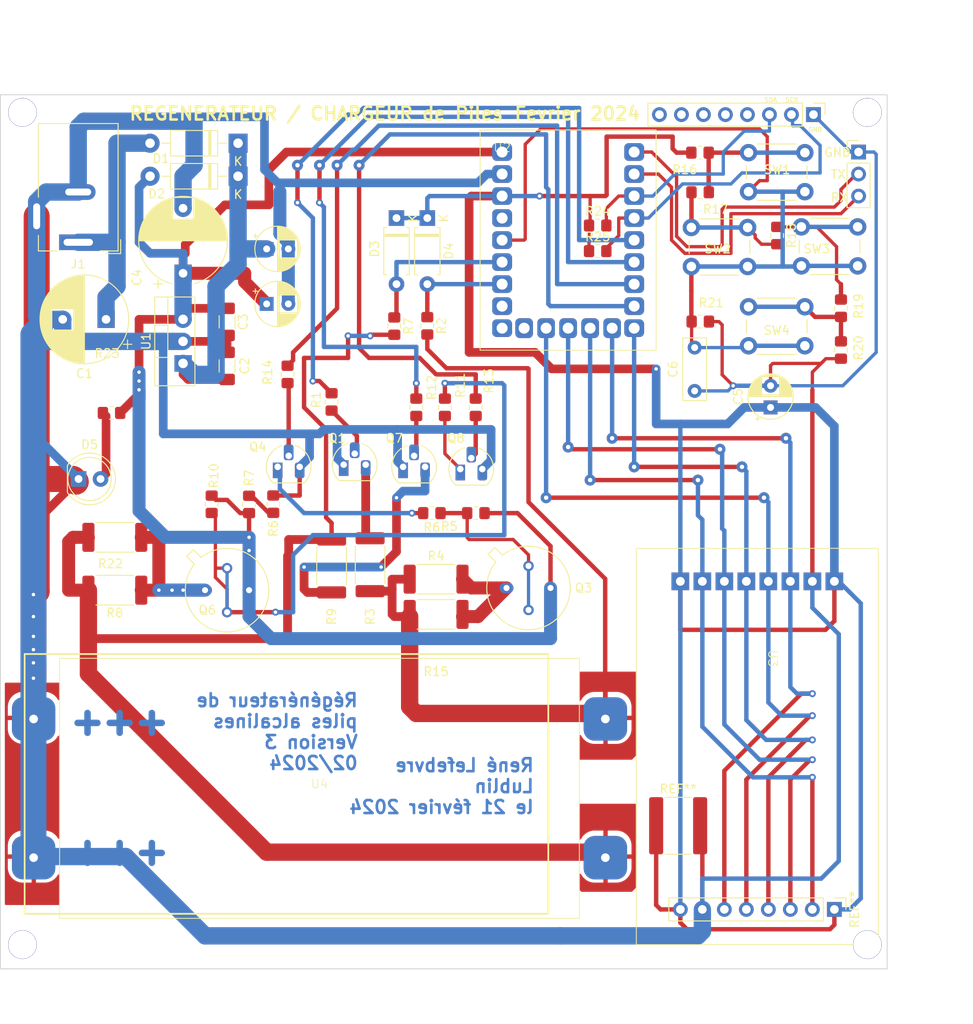
<source format=kicad_pcb>
(kicad_pcb (version 20221018) (generator pcbnew)
  (title_block (rev "2") (comment 1 "ajout empreinte inversée pour le LCD et condo découplage"))
  (layers (0 "F.Cu" signal) (31 "B.Cu" signal) (34 "B.Paste" user) (35 "F.Paste" user) (36 "B.SilkS" user "B.Silkscreen") (37 "F.SilkS" user "F.Silkscreen") (38 "B.Mask" user) (39 "F.Mask" user) (44 "Edge.Cuts" user))
  (net 0 "")
  (net 1 "Net-(D1-K)")
  (net 2 "5V")
  (net 3 "12V")
  (net 4 "GND")
  (net 8 "Net-(U2-GP7)")
  (net 9 "Net-(U2-GP6)")
  (net 10 "Net-(Q1-G)")
  (net 11 "Net-(Q1-D)")
  (net 12 "Net-(Q4-C)")
  (net 13 "Net-(R17-Pad1)")
  (net 14 "Net-(Q7-G)")
  (net 15 "Net-(Q4-B)")
  (net 17 "Net-(U2-GP28)")
  (net 18 "Net-(D3-A)")
  (net 19 "Net-(D4-A)")
  (net 20 "Net-(U2-GP12)")
  (net 21 "Net-(U2-GP11)")
  (net 22 "Net-(U2-GP10)")
  (net 23 "Net-(U2-GP9)")
  (net 24 "Net-(U2-GP8)")
  (net 25 "Net-(Q7-D)")
  (net 26 "Net-(Q8-C)")
  (net 27 "Net-(U2-GP4)")
  (net 28 "Net-(U2-GP5)")
  (net 29 "Net-(U1-ADJ)")
  (net 30 "unconnected-(U2-GP3-Pad20)")
  (net 31 "unconnected-(U2-GP2-Pad21)")
  (net 32 "unconnected-(U2-GP1-Pad22)")
  (net 33 "unconnected-(U2-GP0-Pad23)")
  (net 34 "Net-(Q8-B)")
  (net 35 "Net-(R16-Pad2)")
  (net 36 "Net-(R18-Pad1)")
  (net 37 "Net-(R19-Pad1)")
  (net 38 "Net-(Q3-E)")
  (net 39 "Net-(Q3-B)")
  (net 40 "Net-(Q6-E)")
  (net 41 "Net-(Q6-B)")
  (net 42 "Net-(R15-Pad2)")
  (net 43 "Net-(R22-Pad2)")
  (net 44 "Net-(D5-A)")
  (net 45 "+3.3V")
  (net 46 "SDA")
  (net 47 "SCL")
  (net 48 "RX0")
  (net 49 "TX0")
  (footprint "Connector_PinHeader_2.54mm:PinHeader_1x08_P2.54mm_Vertical" (layer "F.Cu") (at 175.514 144.272 -90)
    (fp_text reference "REF**")
    (fp_text value "PinHeader_1x08_P2.54mm_Vertical")
  )
  (footprint "Resistor_SMD:R_0805_2012Metric_Pad1.20x1.40mm_HandSolder" (layer "F.Cu") (at 129.048 98.552 180)
    (fp_text reference "R6")
    (fp_text value "10")
  )
  (footprint "My_Library:RP2040_zero_mini" (layer "F.Cu") (at 137.16 56.896)
    (fp_text reference "U2")
    (fp_text value "RP2040" hide)
  )
  (footprint "Diode_THT:D_A-405_P7.62mm_Horizontal" (layer "F.Cu") (at 128.524 64.516 -90)
    (fp_text reference "D4")
    (fp_text value "1N4148")
  )
  (footprint "Resistor_SMD:R_2512_6332Metric_Pad1.40x3.35mm_HandSolder" (layer "F.Cu") (at 121.92 104.505 -90)
    (fp_text reference "R3")
    (fp_text value "15")
  )
  (footprint "Resistor_SMD:R_0805_2012Metric_Pad1.20x1.40mm_HandSolder" (layer "F.Cu") (at 130.556 86.344 -90)
    (fp_text reference "R11")
    (fp_text value "10")
  )
  (footprint "Button_Switch_THT:SW_PUSH_6mm_H13mm" (layer "F.Cu") (at 165.608 74.748)
    (fp_text reference "SW4")
    (fp_text value "SW_Push")
  )
  (footprint "Resistor_SMD:R_0805_2012Metric_Pad1.20x1.40mm_HandSolder" (layer "F.Cu") (at 127.254 86.344 90)
    (fp_text reference "R12")
    (fp_text value "1000")
  )
  (footprint "My_Library:LCD128X128" (layer "F.Cu") (at 167.894 115.316 -90)
    (fp_text reference "U3")
    (fp_text value "1.44\" LCD128X128")
  )
  (footprint "Capacitor_SMD:C_2225_5664Metric" (layer "F.Cu") (at 157.48 134.62)
    (fp_text reference "REF**")
    (fp_text value "C_2225_5664Metric")
  )
  (footprint "Button_Switch_THT:SW_PUSH_6mm_H13mm" (layer "F.Cu") (at 171.704 65.532)
    (fp_text reference "SW3")
    (fp_text value "SW_Push")
  )
  (footprint "Package_TO_SOT_THT:TO-5-4" (layer "F.Cu") (at 137.668 107.188)
    (fp_text reference "Q3")
    (fp_text value "2N2219")
  )
  (footprint "LED_THT:LED_D5.0mm" (layer "F.Cu") (at 88.265 94.615)
    (fp_text reference "D5")
    (fp_text value "LED")
  )
  (footprint "Resistor_SMD:R_0805_2012Metric_Pad1.20x1.40mm_HandSolder" (layer "F.Cu") (at 160.036 76.454 180)
    (fp_text reference "R21")
    (fp_text value "220K")
  )
  (footprint "Resistor_SMD:R_0805_2012Metric_Pad1.20x1.40mm_HandSolder" (layer "F.Cu") (at 160.004 56.968)
    (fp_text reference "R16")
    (fp_text value "10k")
  )
  (footprint "Resistor_SMD:R_0805_2012Metric_Pad1.20x1.40mm_HandSolder" (layer "F.Cu") (at 107.95 97.552 90)
    (fp_text reference "R7")
    (fp_text value "820")
  )
  (footprint "Resistor_SMD:R_0805_2012Metric_Pad1.20x1.40mm_HandSolder" (layer "F.Cu") (at 134.128 98.552 180)
    (fp_text reference "R5")
    (fp_text value "270")
  )
  (footprint "Package_TO_SOT_THT:TO-92_HandSolder" (layer "F.Cu") (at 118.872 92.964)
    (fp_text reference "Q1")
    (fp_text value "2N7000")
  )
  (footprint "Capacitor_SMD:C_1206_3216Metric_Pad1.33x1.80mm_HandSolder" (layer "F.Cu") (at 105.41 76.4925 -90)
    (fp_text reference "C3")
    (fp_text value "1µF")
  )
  (footprint "Resistor_SMD:R_2512_6332Metric_Pad1.40x3.35mm_HandSolder" (layer "F.Cu") (at 92.454 101.346 180)
    (fp_text reference "R22")
    (fp_text value "5.6")
  )
  (footprint "Diode_THT:D_DO-41_SOD81_P10.16mm_Horizontal" (layer "F.Cu") (at 106.68 55.88 180)
    (fp_text reference "D1")
    (fp_text value "1N4001")
  )
  (footprint "Resistor_SMD:R_0805_2012Metric_Pad1.20x1.40mm_HandSolder" (layer "F.Cu") (at 103.632 97.536 -90)
    (fp_text reference "R10")
    (fp_text value "270")
  )
  (footprint "Connector_PinHeader_2.54mm:PinHeader_1x08_P2.54mm_Vertical" (layer "F.Cu") (at 173.101 52.578 -90)
    (fp_text reference "REF**" hide)
    (fp_text value "PinHeader_1x08_P2.54mm_Vertical")
  )
  (footprint "Diode_THT:D_A-405_P7.62mm_Horizontal" (layer "F.Cu") (at 124.968 64.516 -90)
    (fp_text reference "D3")
    (fp_text value "1N4148")
  )
  (footprint "Resistor_SMD:R_0805_2012Metric_Pad1.20x1.40mm_HandSolder" (layer "F.Cu") (at 148.193 68.326)
    (fp_text reference "R25")
    (fp_text value "10K")
  )
  (footprint "Capacitor_THT:CP_Radial_D5.0mm_P2.50mm" (layer "F.Cu") (at 168.148 86.36 90)
    (fp_text reference "C5")
    (fp_text value "22µF")
  )
  (footprint "Resistor_SMD:R_2512_6332Metric_Pad1.40x3.35mm_HandSolder" (layer "F.Cu") (at 117.475 104.65 -90)
    (fp_text reference "R9")
    (fp_text value "15")
  )
  (footprint "Capacitor_THT:CP_Radial_D5.0mm_P2.50mm" (layer "F.Cu") (at 109.982 74.422)
    (fp_text reference "REF**" hide)
    (fp_text value "CP_Radial_D5.0mm_P2.50mm")
  )
  (footprint "Button_Switch_THT:SW_PUSH_6mm_H13mm" (layer "F.Cu") (at 159.004 65.604)
    (fp_text reference "SW2")
    (fp_text value "SW_Push")
  )
  (footprint "Capacitor_SMD:C_1206_3216Metric_Pad1.33x1.80mm_HandSolder" (layer "F.Cu") (at 105.41 81.5725 90)
    (fp_text reference "C2")
    (fp_text value "1µF")
  )
  (footprint "Resistor_SMD:R_0805_2012Metric_Pad1.20x1.40mm_HandSolder" (layer "F.Cu") (at 112.395 82.55 -90)
    (fp_text reference "R14")
    (fp_text value "1000")
  )
  (footprint "Resistor_SMD:R_0805_2012Metric_Pad1.20x1.40mm_HandSolder" (layer "F.Cu") (at 168.91 66.532 -90)
    (fp_text reference "R18")
    (fp_text value "10k")
  )
  (footprint "Resistor_SMD:R_2512_6332Metric_Pad1.40x3.35mm_HandSolder" (layer "F.Cu") (at 92.454 107.442 180)
    (fp_text reference "R8")
    (fp_text value "5.6")
  )
  (footprint "Resistor_SMD:R_0805_2012Metric_Pad1.20x1.40mm_HandSolder" (layer "F.Cu") (at 124.714 76.978 -90)
    (fp_text reference "R7")
    (fp_text value "1000")
  )
  (footprint "Resistor_SMD:R_0805_2012Metric_Pad1.20x1.40mm_HandSolder" (layer "F.Cu") (at 176.276 79.74 90)
    (fp_text reference "R20")
    (fp_text value "10k")
  )
  (footprint "Capacitor_THT:CP_Radial_D5.0mm_P2.50mm" (layer "F.Cu") (at 109.982 68.072)
    (fp_text reference "REF**" hide)
    (fp_text value "CP_Radial_D5.0mm_P2.50mm")
  )
  (footprint "Capacitor_THT:CP_Radial_D10.0mm_P5.00mm" (layer "F.Cu") (at 91.44 76.2 180)
    (fp_text reference "C1")
    (fp_text value "470µF 25V")
  )
  (footprint "Diode_THT:D_DO-41_SOD81_P10.16mm_Horizontal" (layer "F.Cu") (at 106.68 59.69 180)
    (fp_text reference "D2")
    (fp_text value "1N4007")
  )
  (footprint "Resistor_SMD:R_2512_6332Metric_Pad1.40x3.35mm_HandSolder" (layer "F.Cu") (at 129.54 110.236 180)
    (fp_text reference "R15")
    (fp_text value "5.6")
  )
  (footprint "Package_TO_SOT_THT:TO-5-4" (layer "F.Cu") (at 102.87 107.442)
    (fp_text reference "Q6")
    (fp_text value "2N2219")
  )
  (footprint "Resistor_SMD:R_0805_2012Metric_Pad1.20x1.40mm_HandSolder" (layer "F.Cu") (at 176.276 74.914 90)
    (fp_text reference "R19")
    (fp_text value "10k")
  )
  (footprint "Button_Switch_THT:SW_PUSH_6mm_H13mm" (layer "F.Cu") (at 165.608 56.968)
    (fp_text reference "SW1")
    (fp_text value "SW_Push")
  )
  (footprint "Capacitor_THT:CP_Radial_D10.0mm_P7.50mm" (layer "F.Cu") (at 100.33 70.883959 90)
    (fp_text reference "C4")
    (fp_text value "1000µf")
  )
  (footprint "Package_TO_SOT_THT:TO-92_HandSolder" (layer "F.Cu") (at 111.252 93.218)
    (fp_text reference "Q4")
    (fp_text value "BC237")
  )
  (footprint "Package_TO_SOT_THT:TO-92_HandSolder" (layer "F.Cu") (at 132.334 93.472)
    (fp_text reference "Q8")
    (fp_text value "BC237")
  )
  (footprint "Resistor_SMD:R_0805_2012Metric_Pad1.20x1.40mm_HandSolder" (layer "F.Cu") (at 160.02 61.54)
    (fp_text reference "R17")
    (fp_text value "10k")
  )
  (footprint "Connector_BarrelJack:BarrelJack_Wuerth_6941xx301002" (layer "F.Cu") (at 88.23 67.31 180)
    (fp_text reference "J1")
    (fp_text value "Jack Alim")
  )
  (footprint "Connector_PinHeader_2.54mm:PinHeader_1x03_P2.54mm_Vertical" (layer "F.Cu") (at 178.308 56.896)
    (fp_text reference "REF**" hide)
    (fp_text value "PinHeader_1x03_P2.54mm_Vertical")
  )
  (footprint "Package_TO_SOT_THT:TO-220-3_Vertical" (layer "F.Cu") (at 100.33 81.28 90)
    (fp_text reference "U1")
    (fp_text value "LM7805_TO220")
  )
  (footprint "Resistor_SMD:R_0805_2012Metric_Pad1.20x1.40mm_HandSolder" (layer "F.Cu") (at 117.475 85.725 -90)
    (fp_text reference "R1")
    (fp_text value "1000")
  )
  (footprint "Resistor_SMD:R_0805_2012Metric_Pad1.20x1.40mm_HandSolder" (layer "F.Cu") (at 110.744 97.52 90)
    (fp_text reference "R6")
    (fp_text value "240")
  )
  (footprint "Package_TO_SOT_THT:TO-92_HandSolder" (layer "F.Cu") (at 125.73 93.218)
    (fp_text reference "Q7")
    (fp_text value "2N7000")
  )
  (footprint "Resistor_SMD:R_0805_2012Metric_Pad1.20x1.40mm_HandSolder" (layer "F.Cu") (at 148.193 65.376)
    (fp_text reference "R24")
    (fp_text value "10k")
  )
  (footprint "My_Library:AAX2_Case" (layer "F.Cu") (at 116.078 130.302)
    (fp_text reference "U4")
    (fp_text value "~")
  )
  (footprint "Resistor_SMD:R_2512_6332Metric_Pad1.40x3.35mm_HandSolder" (layer "F.Cu") (at 129.538 106.172 180)
    (fp_text reference "R4")
    (fp_text value "5.6")
  )
  (footprint "Capacitor_THT:C_Rect_L7.0mm_W2.5mm_P5.00mm" (layer "F.Cu") (at 159.385 84.455 90)
    (fp_text reference "C6")
    (fp_text value "100nF")
  )
  (footprint "Resistor_SMD:R_0805_2012Metric_Pad1.20x1.40mm_HandSolder" (layer "F.Cu") (at 128.524 76.946 -90)
    (fp_text reference "R2")
    (fp_text value "1000")
  )
  (footprint "Resistor_SMD:R_0805_2012Metric_Pad1.20x1.40mm_HandSolder" (layer "F.Cu") (at 134.112 86.344 90)
    (fp_text reference "R13")
    (fp_text value "1000")
  )
  (footprint "Resistor_SMD:R_0805_2012Metric_Pad1.20x1.40mm_HandSolder" (layer "F.Cu") (at 92.075 86.995 180)
    (fp_text reference "R23")
    (fp_text value "1000")
  )
  (gr_rect (start 82.042 114.808) (end 142.494 144.78) (stroke (width 0.2)) (fill none) (layer "F.SilkS"))
  (gr_rect (start 79.248 50.292) (end 181.61 151.13) (stroke (width 0.1)) (fill none) (layer "Edge.Cuts"))
  (gr_text "René Lefebvre\nLublin\nle 21 février 2024" (at 140.97 133.35) (layer "B.Cu") (effects (font (size 1.5 1.5) (thickness 0.3) bold) (justify left bottom mirror)))
  (gr_text "Régénérateur de \npiles alcalines\nVersion 3\n02/2024" (at 120.65 128.27) (layer "B.Cu") (effects (font (size 1.5 1.5) (thickness 0.3) bold) (justify left bottom mirror)))
  (gr_text "TX" (at 175.006 60.071) (layer "F.SilkS") (effects (font (size 1 1)) (justify left bottom)))
  (gr_text "REGENERATEUR / CHARGEUR de Piles" (at 93.98 53.34) (layer "F.SilkS") (effects (font (size 1.5 1.5) (thickness 0.3) bold) (justify left bottom)))
  (gr_text "Fevrier 2024" (at 138.43 53.34) (layer "F.SilkS") (effects (font (size 1.5 1.5) (thickness 0.3) bold) (justify left bottom)))
  (gr_text "GND" (at 172.466 54.61) (layer "F.SilkS") (effects (font (size 0.508 0.508) (thickness 0.1016) bold) (justify left bottom)))
  (gr_text "SCK" (at 169.799 51.181) (layer "F.SilkS") (effects (font (size 0.508 0.508) (thickness 0.1016) bold) (justify left bottom)))
  (gr_text "SDA" (at 167.386 51.181) (layer "F.SilkS") (effects (font (size 0.508 0.508) (thickness 0.1016) bold) (justify left bottom)))
  (gr_text "RX" (at 175.006 62.738) (layer "F.SilkS") (effects (font (size 1 1)) (justify left bottom)))
  (gr_text "GND" (at 174.244 57.531) (layer "F.SilkS") (effects (font (size 1 1)) (justify left bottom)))
  (via (at 81.788 148.336) (size 3.302) (drill 3.2512) (layers "F.Cu" "B.Cu") (net 0))
  (via (at 179.324 148.336) (size 3.302) (drill 3.2512) (layers "F.Cu" "B.Cu") (net 0))
  (via (at 179.324 52.324) (size 3.302) (drill 3.2512) (layers "F.Cu" "B.Cu") (net 0))
  (via (at 81.788 52.324) (size 3.302) (drill 3.2512) (layers "F.Cu" "B.Cu") (net 0))
  (segment (start 100.915 83.135) (end 105.41 83.135) (width 1) (layer "F.Cu") (net 1))
  (segment (start 100.33 81.28) (end 100.33 82.55) (width 1) (layer "F.Cu") (net 1))
  (segment (start 100.33 82.55) (end 100.915 83.135) (width 1) (layer "F.Cu") (net 1))
  (segment (start 106.68 55.88) (end 106.68 59.69) (width 2) (layer "B.Cu") (net 1))
  (segment (start 106.934 68.072) (end 109.982 68.072) (width 2) (layer "B.Cu") (net 1))
  (segment (start 104.14 82.55) (end 101.6 82.55) (width 2) (layer "B.Cu") (net 1))
  (segment (start 101.6 82.55) (end 100.33 81.28) (width 2) (layer "B.Cu") (net 1))
  (segment (start 106.68 59.69) (end 106.68 68.326) (width 2) (layer "B.Cu") (net 1))
  (segment (start 106.68 68.326) (end 106.934 68.072) (width 2) (layer "B.Cu") (net 1))
  (segment (start 106.68 68.326) (end 106.68 69.85) (width 2) (layer "B.Cu") (net 1))
  (segment (start 106.68 69.85) (end 104.14 72.39) (width 2) (layer "B.Cu") (net 1))
  (segment (start 104.14 72.39) (end 104.14 82.55) (width 2) (layer "B.Cu") (net 1))
  (segment (start 107.95 98.552) (end 106.934 98.552) (width 0.508) (layer "F.Cu") (net 2))
  (segment (start 100.33 76.2) (end 95.25 76.2) (width 1) (layer "F.Cu") (net 2))
  (segment (start 105.156 62.992) (end 100.584 67.564) (width 1) (layer "F.Cu") (net 2))
  (segment (start 106.934 98.552) (end 105.41 97.028) (width 0.508) (layer "F.Cu") (net 2))
  (segment (start 107.442 71.882) (end 107.442 70.866) (width 1.5) (layer "F.Cu") (net 2))
  (segment (start 137.16 56.896) (end 112.268 56.896) (width 1) (layer "F.Cu") (net 2))
  (segment (start 107.442 70.866) (end 107.424041 70.883959) (width 1.5) (layer "F.Cu") (net 2))
  (segment (start 104.124 97.028) (end 103.632 96.536) (width 0.508) (layer "F.Cu") (net 2))
  (segment (start 107.424041 70.883959) (end 100.33 70.883959) (width 1.5) (layer "F.Cu") (net 2))
  (segment (start 107.95 101.346) (end 107.95 102.87) (width 0.508) (layer "F.Cu") (net 2))
  (segment (start 110.236 58.928) (end 110.236 62.992) (width 1) (layer "F.Cu") (net 2))
  (segment (start 142.748 102.362) (end 142.748 107.188) (width 0.508) (layer "F.Cu") (net 2))
  (segment (start 100.33 76.2) (end 100.33 74.93) (width 1) (layer "F.Cu") (net 2))
  (segment (start 135.128 98.552) (end 138.938 98.552) (width 0.508) (layer "F.Cu") (net 2))
  (segment (start 110.236 62.992) (end 105.156 62.992) (width 1) (layer "F.Cu") (net 2))
  (segment (start 107.95 102.87) (end 107.95 107.442) (width 0.508) (layer "F.Cu") (net 2))
  (segment (start 105.41 97.028) (end 104.124 97.028) (width 0.508) (layer "F.Cu") (net 2))
  (segment (start 100.584 67.564) (end 100.584 68.58) (width 1) (layer "F.Cu") (net 2))
  (segment (start 100.33 74.93) (end 105.41 74.93) (width 1) (layer "F.Cu") (net 2))
  (segment (start 95.25 76.2) (end 95.25 84.328) (width 1) (layer "F.Cu") (net 2))
  (segment (start 100.584 68.58) (end 100.33 68.834) (width 1) (layer "F.Cu") (net 2))
  (segment (start 109.982 74.422) (end 107.442 71.882) (width 1.5) (layer "F.Cu") (net 2))
  (segment (start 107.95 98.552) (end 107.95 101.346) (width 0.508) (layer "F.Cu") (net 2))
  (segment (start 93.075 86.995) (end 95.25 84.82) (width 1) (layer "F.Cu") (net 2))
  (segment (start 100.33 68.834) (end 100.33 70.883959) (width 1) (layer "F.Cu") (net 2))
  (segment (start 112.268 56.896) (end 110.236 58.928) (width 1) (layer "F.Cu") (net 2))
  (segment (start 95.25 84.82) (end 95.25 82.296) (width 1) (layer "F.Cu") (net 2))
  (segment (start 138.938 98.552) (end 142.748 102.362) (width 0.508) (layer "F.Cu") (net 2))
  (via (at 95.25 83.312) (size 0.8) (drill 0.4) (layers "F.Cu" "B.Cu") (net 2))
  (via (at 95.25 82.296) (size 0.8) (drill 0.4) (layers "F.Cu" "B.Cu") (net 2))
  (via (at 95.25 84.328) (size 0.8) (drill 0.4) (layers "F.Cu" "B.Cu") (net 2))
  (via (at 107.95 101.346) (size 0.8) (drill 0.4) (layers "F.Cu" "B.Cu") (net 2))
  (via (at 107.95 102.87) (size 0.8) (drill 0.4) (layers "F.Cu" "B.Cu") (net 2))
  (segment (start 95.25 85.344) (end 95.25 84.328) (width 1.5) (layer "B.Cu") (net 2))
  (segment (start 100.33 76.2) (end 100.33 70.883959) (width 2) (layer "B.Cu") (net 2))
  (segment (start 98.298 101.346) (end 95.25 98.298) (width 1.5) (layer "B.Cu") (net 2))
  (segment (start 95.25 60.96) (end 96.52 59.69) (width 1) (layer "B.Cu") (net 2))
  (segment (start 95.25 98.298) (end 95.25 85.344) (width 1.5) (layer "B.Cu") (net 2))
  (segment (start 95.25 85.344) (end 95.25 82.296) (width 1.5) (layer "B.Cu") (net 2))
  (segment (start 100.33 70.883959) (end 100.33 68.58) (width 1) (layer "B.Cu") (net 2))
  (segment (start 107.95 107.442) (end 107.95 101.346) (width 1.5) (layer "B.Cu") (net 2))
  (segment (start 95.25 67.31) (end 95.25 60.96) (width 1) (layer "B.Cu") (net 2))
  (segment (start 107.95 110.49) (end 107.95 107.442) (width 1.5) (layer "B.Cu") (net 2))
  (segment (start 110.49 113.03) (end 107.95 110.49) (width 1.5) (layer "B.Cu") (net 2))
  (segment (start 142.748 107.188) (end 142.748 113.03) (width 1.5) (layer "B.Cu") (net 2))
  (segment (start 96.52 68.58) (end 95.25 67.31) (width 1) (layer "B.Cu") (net 2))
  (segment (start 142.748 113.03) (end 110.49 113.03) (width 1.5) (layer "B.Cu") (net 2))
  (segment (start 100.33 68.58) (end 96.52 68.58) (width 1) (layer "B.Cu") (net 2))
  (segment (start 107.95 101.346) (end 98.298 101.346) (width 1.5) (layer "B.Cu") (net 2))
  (segment (start 92.71 72.39) (end 91.44 73.66) (width 2) (layer "B.Cu") (net 3))
  (segment (start 92.71 67.31) (end 92.71 55.88) (width 2) (layer "B.Cu") (net 3))
  (segment (start 92.71 67.31) (end 92.71 72.39) (width 2) (layer "B.Cu") (net 3))
  (segment (start 91.44 73.66) (end 91.44 76.2) (width 2) (layer "B.Cu") (net 3))
  (segment (start 92.71 55.88) (end 96.52 55.88) (width 2) (layer "B.Cu") (net 3))
  (segment (start 88.23 67.31) (end 92.71 67.31) (width 2) (layer "B.Cu") (net 3))
  (segment (start 160.274 134.8765) (end 160.0175 134.62) (width 0.508) (layer "F.Cu") (net 4))
  (segment (start 82.55 100.33) (end 82.55 107.188) (width 1) (layer "F.Cu") (net 4))
  (segment (start 173.99 81.28) (end 174.244 81.026) (width 0.381) (layer "F.Cu") (net 4))
  (segment (start 83.058 112.776) (end 83.058 110.49) (width 3) (layer "F.Cu") (net 4))
  (segment (start 83.058 107.95) (end 83.058 107.696) (width 3) (layer "F.Cu") (net 4))
  (segment (start 172.974 84.328) (end 172.974 82.296) (width 0.381) (layer "F.Cu") (net 4))
  (segment (start 162.56 82.59) (end 162.56 76.835) (width 0.381) (layer "F.Cu") (net 4))
  (segment (start 110.744 96.52) (end 113.792 96.52) (width 0.508) (layer "F.Cu") (net 4))
  (segment (start 87.63 94.615) (end 87.9475 94.9325) (width 3) (layer "F.Cu") (net 4))
  (segment (start 100.33 78.74) (end 105.41 78.74) (width 1) (layer "F.Cu") (net 4))
  (segment (start 83.058 117.602) (end 83.058 116.078) (width 3) (layer "F.Cu") (net 4))
  (segment (start 82.55 107.188) (end 83.058 107.696) (width 1) (layer "F.Cu") (net 4))
  (segment (start 83.43 94.615) (end 87.63 94.615) (width 3) (layer "F.Cu") (net 4))
  (segment (start 113.792 96.52) (end 113.792 93.218) (width 0.508) (layer "F.Cu") (net 4))
  (segment (start 105.41 78.055) (end 105.41 78.74) (width 1) (layer "F.Cu") (net 4))
  (segment (start 105.41 78.74) (end 105.41 80.01) (width 1) (layer "F.Cu") (net 4))
  (segment (start 172.974 82.296) (end 174.244 81.026) (width 0.381) (layer "F.Cu") (net 4))
  (segment (start 83.058 114.3) (end 83.058 112.776) (width 3) (layer "F.Cu") (net 4))
  (segment (start 88.265 94.615) (end 87.9475 94.9325) (width 1) (layer "F.Cu") (net 4))
  (segment (start 172.974 84.328) (end 172.974 106.426) (width 0.508) (layer "F.Cu") (net 4))
  (segment (start 174.53 80.74) (end 176.276 80.74) (width 0.381) (layer "F.Cu") (net 4))
  (segment (start 83.058 110.49) (end 83.058 107.95) (width 3) (layer "F.Cu") (net 4))
  (segment (start 168.148 83.86) (end 168.148 81.534) (width 0.381) (layer "F.Cu") (net 4))
  (segment (start 174.244 81.026) (end 174.53 80.74) (width 0.381) (layer "F.Cu") (net 4))
  (segment (start 168.402 81.28) (end 173.99 81.28) (width 0.381) (layer "F.Cu") (net 4))
  (segment (start 83.43 94.615) (end 83.43 64.31) (width 3) (layer "F.Cu") (net 4))
  (segment (start 83.058 107.95) (end 83.43 107.578) (width 3) (layer "F.Cu") (net 4))
  (segment (start 83.43 107.578) (end 83.43 94.615) (width 3) (layer "F.Cu") (net 4))
  (segment (start 162.179 76.454) (end 161.036 76.454) (width 0.381) (layer "F.Cu") (net 4))
  (segment (start 162.56 76.835) (end 162.179 76.454) (width 0.381) (layer "F.Cu") (net 4))
  (segment (start 87.9475 94.9325) (end 82.55 100.33) (width 1) (layer "F.Cu") (net 4))
  (segment (start 163.83 83.86) (end 162.56 82.59) (width 0.381) (layer "F.Cu") (net 4))
  (segment (start 160.274 144.272) (end 160.274 134.8765) (width 0.508) (layer "F.Cu") (net 4))
  (segment (start 168.148 81.534) (end 168.402 81.28) (width 0.381) (layer "F.Cu") (net 4))
  (via (at 83.058 117.602) (size 0.8) (drill 0.4) (layers "F.Cu" "B.Cu") (net 4))
  (via (at 83.058 107.95) (size 0.8) (drill 0.4) (layers "F.Cu" "B.Cu") (net 4))
  (via (at 163.83 83.86) (size 0.8) (drill 0.4) (layers "F.Cu" "B.Cu") (net 4))
  (via (at 83.058 112.776) (size 0.8) (drill 0.4) (layers "F.Cu" "B.Cu") (net 4))
  (via (at 83.058 115.824) (size 0.8) (drill 0.4) (layers "F.Cu" "B.Cu") (net 4))
  (via (at 83.058 110.49) (size 0.8) (drill 0.4) (layers "F.Cu" "B.Cu") (net 4))
  (via (at 83.058 114.3) (size 0.8) (drill 0.4) (layers "F.Cu" "B.Cu") (net 4))
  (segment (start 88.9 53.34) (end 88.23 54.01) (width 2) (layer "B.Cu") (net 4))
  (segment (start 180.34 57.15) (end 180.34 80.01) (width 0.381) (layer "B.Cu") (net 4))
  (segment (start 163.235 84.455) (end 159.385 84.455) (width 0.381) (layer "B.Cu") (net 4))
  (segment (start 94.996 78.74) (end 98.044 78.74) (width 2) (layer "B.Cu") (net 4))
  (segment (start 118.11 88.9) (end 125.095 88.9) (width 0.508) (layer "B.Cu") (net 4))
  (segment (start 177.419 56.896) (end 178.308 56.896) (width 0.381) (layer "B.Cu") (net 4))
  (segment (start 88.265 94.615) (end 83.058 89.408) (width 1) (layer "B.Cu") (net 4))
  (segment (start 125.095 88.9) (end 125.73 88.9) (width 0.508) (layer "B.Cu") (net 4))
  (segment (start 111.506 66.322) (end 111.506 61.468) (width 1.5) (layer "B.Cu") (net 4))
  (segment (start 112.482 68.072) (end 112.482 67.298) (width 1.5) (layer "B.Cu") (net 4))
  (segment (start 109.728 58.928) (end 109.728 52.832) (width 1) (layer "B.Cu") (net 4))
  (segment (start 160.274 144.272) (end 160.274 140.716) (width 0.508) (layer "B.Cu") (net 4))
  (segment (start 83.058 89.408) (end 83.058 88.646) (width 3) (layer "B.Cu") (net 4))
  (segment (start 83.058 121.666) (end 83.058 137.666) (width 3) (layer "B.Cu") (net 4))
  (segment (start 94.996 78.74) (end 100.33 78.74) (width 2) (layer "B.Cu") (net 4))
  (segment (start 125.095 92.583) (end 125.73 93.218) (width 1) (layer "B.Cu") (net 4))
  (segment (start 83.058 121.666) (end 83.058 115.824) (width 3) (layer "B.Cu") (net 4))
  (segment (start 83.43 62.62) (end 84.54 61.51) (width 2) (layer "B.Cu") (net 4))
  (segment (start 98.044 78.74) (end 98.044 89.408) (width 1) (layer "B.Cu") (net 4))
  (segment (start 180.34 80.01) (end 176.49 83.86) (width 0.381) (layer "B.Cu") (net 4))
  (segment (start 112.482 74.422) (end 112.482 68.072) (width 1.5) (layer "B.Cu") (net 4))
  (segment (start 118.11 92.202) (end 118.872 92.964) (width 1) (layer "B.Cu") (net 4))
  (segment (start 83.058 88.646) (end 83.058 77.978) (width 3) (layer "B.Cu") (net 4))
  (segment (start 102.108 52.832) (end 101.6 53.34) (width 1) (layer "B.Cu") (net 4))
  (segment (start 98.044 89.408) (end 116.078 89.408) (width 1) (layer "B.Cu") (net 4))
  (segment (start 88.23 54.01) (end 88.23 61.51) (width 2) (layer "B.Cu") (net 4))
  (segment (start 135.89 89.027) (end 135.89 92.456) (width 1) (layer "B.Cu") (net 4))
  (segment (start 114.935 89.408) (end 114.935 92.075) (width 1) (layer "B.Cu") (net 4))
  (segment (start 86.614 78.74) (end 94.996 78.74) (width 2) (layer "B.Cu") (net 4))
  (segment (start 83.43 75.81) (end 83.43 64.31) (width 2) (layer "B.Cu") (net 4))
  (segment (start 116.078 89.408) (end 116.586 88.9) (width 1) (layer "B.Cu") (net 4))
  (segment (start 163.83 83.86) (end 168.148 83.86) (width 0.508) (layer "B.Cu") (net 4))
  (segment (start 86.44 78.566) (end 86.614 78.74) (width 2) (layer "B.Cu") (net 4))
  (segment (start 172.974 109.474) (end 172.974 106.426) (width 0.508) (layer "B.Cu") (net 4))
  (segment (start 83.098 138.176) (end 93.726 138.176) (width 2) (layer "B.Cu") (net 4))
  (segment (start 176.022 138.684) (end 176.022 112.522) (width 0.508) (layer "B.Cu") (net 4))
  (segment (start 135.89 88.9) (end 135.89 89.027) (width 1) (layer "B.Cu") (net 4))
  (segment (start 173.101 52.578) (end 177.419 56.896) (width 0.381) (layer "B.Cu") (net 4))
  (segment (start 114.935 89.408) (end 116.078 89.408) (width 0.508) (layer "B.Cu") (net 4))
  (segment (start 83.82 76.2) (end 83.43 75.81) (width 2) (layer "B.Cu") (net 4))
  (segment (start 101.6 53.34) (end 88.9 53.34) (width 2) (layer "B.Cu") (net 4))
  (segment (start 159.766 147.32) (end 160.274 146.812) (width 2) (layer "B.Cu") (net 4))
  (segment (start 116.586 88.9) (end 135.89 88.9) (width 1) (layer "B.Cu") (net 4))
  (segment (start 86.44 76.2) (end 86.44 78.566) (width 2) (layer "B.Cu") (net 4))
  (segment (start 143.891 147.32) (end 159.766 147.32) (width 2) (layer "B.Cu") (net 4))
  (segment (start 100.33 63.383959) (end 100.33 59.69) (width 2) (layer "B.Cu") (net 4))
  (segment (start 83.058 115.824) (end 83.058 89.408) (width 3) (layer "B.Cu") (net 4))
  (segment (start 137.16 59.436) (end 135.382 59.436) (width 1) (layer "B.Cu") (net 4))
  (segment (start 83.82 76.2) (end 83.82 77.216) (width 2) (layer "B.Cu") (net 4))
  (segment (start 84.54 61.51) (end 88.23 61.51) (width 2) (layer "B.Cu") (net 4))
  (segment (start 86.44 76.2) (end 83.82 76.2) (width 2) (layer "B.Cu") (net 4))
  (segment (start 114.935 92.075) (end 113.792 93.218) (width 1) (layer "B.Cu") (net 4))
  (segment (start 109.728 52.832) (end 102.108 52.832) (width 1) (layer "B.Cu") (net 4))
  (segment (start 83.82 78.74) (end 86.614 78.74) (width 2) (layer "B.Cu") (net 4))
  (segment (start 173.99 140.716) (end 176.022 138.684) (width 0.508) (layer "B.Cu") (net 4))
  (segment (start 101.6 58.42) (end 101.6 53.34) (width 2) (layer "B.Cu") (net 4))
  (segment (start 83.43 64.31) (end 83.43 62.62) (width 2) (layer "B.Cu") (net 4))
  (segment (start 125.095 88.9) (end 125.095 92.583) (width 1) (layer "B.Cu") (net 4))
  (segment (start 112.482 67.298) (end 111.506 66.322) (width 1.5) (layer "B.Cu") (net 4))
  (segment (start 160.274 146.812) (end 160.274 144.272) (width 2) (layer "B.Cu") (net 4))
  (segment (start 135.382 59.436) (end 134.366 60.452) (width 1) (layer "B.Cu") (net 4))
  (segment (start 178.308 56.896) (end 180.086 56.896) (width 0.381) (layer "B.Cu") (net 4))
  (segment (start 111.252 60.452) (end 109.728 58.928) (width 1) (layer "B.Cu") (net 4))
  (segment (start 83.82 77.216) (end 83.82 78.74) (width 2) (layer "B.Cu") (net 4))
  (segment (start 134.366 60.452) (end 111.252 60.452) (width 1) (layer "B.Cu") (net 4))
  (segment (start 160.274 140.716) (end 173.99 140.716) (width 0.508) (layer "B.Cu") (net 4))
  (segment (start 118.11 89.535) (end 118.11 92.202) (width 1) (layer "B.Cu") (net 4))
  (segment (start 93.726 138.176) (end 102.87 147.32) (width 2) (layer "B.Cu") (net 4))
  (segment (start 135.89 92.456) (end 134.874 93.472) (width 1) (layer "B.Cu") (net 4))
  (segment (start 83.058 77.978) (end 83.82 77.216) (width 3) (layer "B.Cu") (net 4))
  (segment (start 180.086 56.896) (end 180.34 57.15) (width 0.381) (layer "B.Cu") (net 4))
  (segment (start 176.022 112.522) (end 172.974 109.474) (width 0.508) (layer "B.Cu") (net 4))
  (segment (start 125.73 88.9) (end 135.89 88.9) (width 0.508) (layer "B.Cu") (net 4))
  (segment (start 100.33 59.69) (end 101.6 58.42) (width 2) (layer "B.Cu") (net 4))
  (segment (start 176.49 83.86) (end 168.148 83.86) (width 0.381) (layer "B.Cu") (net 4))
  (segment (start 102.87 147.32) (end 143.891 147.32) (width 2) (layer "B.Cu") (net 4))
  (segment (start 118.11 89.535) (end 118.11 88.9) (width 0.508) (layer "B.Cu") (net 4))
  (segment (start 163.83 83.86) (end 163.235 84.455) (width 0.381) (layer "B.Cu") (net 4))
  (segment (start 116.586 88.9) (end 118.11 88.9) (width 0.508) (layer "B.Cu") (net 4))
  (segment (start 98.044 89.408) (end 114.935 89.408) (width 0.508) (layer "B.Cu") (net 4))
  (segment (start 134.112 85.344) (end 134.112 82.55) (width 0.508) (layer "F.Cu") (net 8))
  (segment (start 121.793 80.645) (end 120.65 79.502) (width 0.508) (layer "F.Cu") (net 8))
  (segment (start 134.112 82.55) (end 129.54 82.55) (width 0.508) (layer "F.Cu") (net 8))
  (segment (start 120.65 79.502) (end 120.65 58.42) (width 0.508) (layer "F.Cu") (net 8))
  (segment (start 129.54 82.55) (end 127.635 80.645) (width 0.508) (layer "F.Cu") (net 8))
  (segment (start 127.635 80.645) (end 121.793 80.645) (width 0.508) (layer "F.Cu") (net 8))
  (via (at 120.65 58.42) (size 1.27) (drill 0.508) (layers "F.Cu" "B.Cu") (net 8))
  (segment (start 142.24 54.864) (end 142.24 60.96) (width 0.508) (layer "B.Cu") (net 8))
  (segment (start 124.206 54.864) (end 142.24 54.864) (width 0.508) (layer "B.Cu") (net 8))
  (segment (start 120.65 58.42) (end 124.206 54.864) (width 0.508) (layer "B.Cu") (net 8))
  (segment (start 142.748 74.676) (end 152.4 74.676) (width 0.508) (layer "B.Cu") (net 8))
  (segment (start 142.494 74.422) (end 142.748 74.676) (width 0.508) (layer "B.Cu") (net 8))
  (segment (start 142.494 61.214) (end 142.494 74.422) (width 0.508) (layer "B.Cu") (net 8))
  (segment (start 142.24 60.96) (end 142.494 61.214) (width 0.508) (layer "B.Cu") (net 8))
  (segment (start 118.11 58.42) (end 118.11 74.93) (width 0.508) (layer "F.Cu") (net 9))
  (segment (start 113.03 80.01) (end 113.03 80.915) (width 0.508) (layer "F.Cu") (net 9))
  (segment (start 118.11 74.93) (end 113.03 80.01) (width 0.508) (layer "F.Cu") (net 9))
  (segment (start 113.03 80.915) (end 112.395 81.55) (width 0.508) (layer "F.Cu") (net 9))
  (via (at 118.11 58.42) (size 1.27) (drill 0.508) (layers "F.Cu" "B.Cu") (net 9))
  (segment (start 122.936 53.848) (end 143.51 53.848) (width 0.508) (layer "B.Cu") (net 9))
  (segment (start 120.142 56.642) (end 122.936 53.848) (width 0.508) (layer "B.Cu") (net 9))
  (segment (start 143.51 72.136) (end 152.4 72.136) (width 0.508) (layer "B.Cu") (net 9))
  (segment (start 143.51 53.848) (end 143.51 72.136) (width 0.508) (layer "B.Cu") (net 9))
  (segment (start 119.888 56.642) (end 120.142 56.642) (width 0.508) (layer "B.Cu") (net 9))
  (segment (start 118.11 58.42) (end 119.888 56.642) (width 0.508) (layer "B.Cu") (net 9))
  (segment (start 120.396 89.646) (end 120.396 91.44) (width 0.508) (layer "F.Cu") (net 10))
  (segment (start 117.475 86.725) (end 120.396 89.646) (width 0.508) (layer "F.Cu") (net 10))
  (segment (start 120.396 91.44) (end 120.142 91.694) (width 0.508) (layer "F.Cu") (net 10))
  (segment (start 121.412 92.964) (end 121.412 100.947) (width 1.016) (layer "F.Cu") (net 11))
  (segment (start 121.412 100.947) (end 121.92 101.455) (width 0.508) (layer "F.Cu") (net 11))
  (segment (start 128.048 98.552) (end 126.746 98.552) (width 0.508) (layer "F.Cu") (net 12))
  (via (at 126.746 98.552) (size 0.8) (drill 0.4) (layers "F.Cu" "B.Cu") (net 12))
  (segment (start 111.506 93.472) (end 111.252 93.218) (width 0.508) (layer "B.Cu") (net 12))
  (segment (start 114.3 98.552) (end 111.506 95.758) (width 0.508) (layer "B.Cu") (net 12))
  (segment (start 126.746 98.552) (end 114.3 98.552) (width 0.508) (layer "B.Cu") (net 12))
  (segment (start 111.506 95.758) (end 111.506 93.472) (width 0.508) (layer "B.Cu") (net 12))
  (segment (start 167.1 67.532) (end 166.37 66.802) (width 0.381) (layer "F.Cu") (net 13))
  (segment (start 166.37 66.802) (end 166.37 66.47) (width 0.381) (layer "F.Cu") (net 13))
  (segment (start 159.02 61.54) (end 159.02 65.588) (width 0.508) (layer "F.Cu") (net 13))
  (segment (start 166.37 66.47) (end 165.504 65.604) (width 0.381) (layer "F.Cu") (net 13))
  (segment (start 168.91 67.532) (end 167.1 67.532) (width 0.381) (layer "F.Cu") (net 13))
  (segment (start 159.02 65.588) (end 159.004 65.604) (width 0.508) (layer "F.Cu") (net 13))
  (segment (start 159.004 65.604) (end 165.504 65.604) (width 0.508) (layer "B.Cu") (net 13))
  (segment (start 127.254 91.694) (end 127 91.948) (width 0.508) (layer "F.Cu") (net 14))
  (segment (start 127.254 87.344) (end 127.254 91.694) (width 0.508) (layer "F.Cu") (net 14))
  (segment (start 112.522 83.677) (end 112.395 83.55) (width 0.508) (layer "F.Cu") (net 15))
  (segment (start 112.522 91.948) (end 112.522 83.677) (width 0.508) (layer "F.Cu") (net 15))
  (segment (start 167.767 55.118) (end 166.878 54.229) (width 0.381) (layer "F.Cu") (net 17))
  (segment (start 159.036 76.454) (end 159.036 79.106) (width 0.381) (layer "F.Cu") (net 17))
  (segment (start 159.004 70.104) (end 159.004 72.898) (width 0.508) (layer "F.Cu") (net 17))
  (segment (start 139.827 56.007) (end 141.605 54.229) (width 0.381) (layer "F.Cu") (net 17))
  (segment (start 165.608 61.468) (end 166.878 60.198) (width 0.381) (layer "F.Cu") (net 17))
  (segment (start 139.827 66.929) (end 139.827 56.007) (width 0.381) (layer "F.Cu") (net 17))
  (segment (start 167.767 60.198) (end 167.767 55.118) (width 0.381) (layer "F.Cu") (net 17))
  (segment (start 139.7 67.056) (end 139.827 66.929) (width 0.381) (layer "F.Cu") (net 17))
  (segment (start 166.878 60.198) (end 167.767 60.198) (width 0.381) (layer "F.Cu") (net 17))
  (segment (start 159.004 76.422) (end 159.036 76.454) (width 0.508) (layer "F.Cu") (net 17))
  (segment (start 137.16 67.056) (end 139.7 67.056) (width 0.381) (layer "F.Cu") (net 17))
  (segment (start 159.036 79.106) (end 159.385 79.455) (width 0.381) (layer "F.Cu") (net 17))
  (segment (start 159.004 72.898) (end 159.004 76.422) (width 0.508) (layer "F.Cu") (net 17))
  (segment (start 141.605 54.229) (end 166.878 54.229) (width 0.381) (layer "F.Cu") (net 17))
  (segment (start 165.401 79.455) (end 165.608 79.248) (width 0.381) (layer "B.Cu") (net 17))
  (segment (start 165.608 61.468) (end 169.545 61.468) (width 0.508) (layer "B.Cu") (net 17))
  (segment (start 169.545 61.468) (end 169.545 70.104) (width 0.508) (layer "B.Cu") (net 17))
  (segment (start 169.545 61.468) (end 172.108 61.468) (width 0.508) (layer "B.Cu") (net 17))
  (segment (start 159.385 79.455) (end 165.401 79.455) (width 0.381) (layer "B.Cu") (net 17))
  (segment (start 171.632 70.104) (end 171.704 70.032) (width 0.508) (layer "B.Cu") (net 17))
  (segment (start 165.504 70.104) (end 169.545 70.104) (width 0.508) (layer "B.Cu") (net 17))
  (segment (start 169.545 70.104) (end 171.632 70.104) (width 0.508) (layer "B.Cu") (net 17))
  (segment (start 165.608 79.248) (end 172.108 79.248) (width 0.508) (layer "B.Cu") (net 17))
  (segment (start 171.704 70.032) (end 178.204 70.032) (width 0.508) (layer "B.Cu") (net 17))
  (segment (start 159.004 70.104) (end 165.504 70.104) (width 0.508) (layer "B.Cu") (net 17))
  (segment (start 124.968 72.136) (end 124.968 75.724) (width 0.508) (layer "F.Cu") (net 18))
  (segment (start 124.968 75.724) (end 124.714 75.978) (width 0.508) (layer "F.Cu") (net 18))
  (segment (start 124.968 72.136) (end 124.968 69.596) (width 0.508) (layer "B.Cu") (net 18))
  (segment (start 124.968 69.596) (end 137.16 69.596) (width 0.508) (layer "B.Cu") (net 18))
  (segment (start 128.524 72.136) (end 128.524 75.946) (width 0.508) (layer "F.Cu") (net 19))
  (segment (start 128.524 72.136) (end 137.16 72.136) (width 0.508) (layer "B.Cu") (net 19))
  (segment (start 165.354 129.286) (end 172.72 121.92) (width 0.508) (layer "F.Cu") (net 20))
  (segment (start 165.354 144.272) (end 165.354 129.286) (width 0.508) (layer "F.Cu") (net 20))
  (segment (start 172.72 121.92) (end 172.974 121.92) (width 0.508) (layer "F.Cu") (net 20))
  (segment (start 142.24 96.774) (end 167.386 96.774) (width 0.508) (layer "F.Cu") (net 20))
  (via (at 142.24 96.774) (size 1.27) (drill 0.508) (layers "F.Cu" "B.Cu") (net 20))
  (via (at 167.386 96.774) (size 1.27) (drill 0.508) (layers "F.Cu" "B.Cu") (net 20))
  (via (at 172.974 121.92) (size 0.8) (drill 0.4) (layers "F.Cu" "B.Cu") (net 20))
  (segment (start 167.386 96.774) (end 167.894 97.282) (width 0.508) (layer "B.Cu") (net 20))
  (segment (start 167.894 120.396) (end 169.418 121.92) (width 0.508) (layer "B.Cu") (net 20))
  (segment (start 142.24 77.216) (end 142.24 96.774) (width 0.508) (layer "B.Cu") (net 20))
  (segment (start 167.894 97.282) (end 167.894 106.426) (width 0.508) (layer "B.Cu") (net 20))
  (segment (start 169.418 121.92) (end 172.974 121.92) (width 0.508) (layer "B.Cu") (net 20))
  (segment (start 167.894 106.426) (end 167.894 120.396) (width 0.508) (layer "B.Cu") (net 20))
  (segment (start 172.72 127) (end 172.974 127) (width 0.508) (layer "F.Cu") (net 21))
  (segment (start 170.434 129.286) (end 172.72 127) (width 0.508) (layer "F.Cu") (net 21))
  (segment (start 144.78 90.932) (end 145.034 91.186) (width 0.508) (layer "F.Cu") (net 21))
  (segment (start 145.034 91.186) (end 162.306 91.186) (width 0.508) (layer "F.Cu") (net 21))
  (segment (start 170.434 144.272) (end 170.434 129.286) (width 0.508) (layer "F.Cu") (net 21))
  (via (at 162.306 91.186) (size 1.27) (drill 0.508) (layers "F.Cu" "B.Cu") (net 21))
  (via (at 144.78 90.932) (size 1.27) (drill 0.508) (layers "F.Cu" "B.Cu") (net 21))
  (via (at 172.974 127) (size 0.8) (drill 0.4) (layers "F.Cu" "B.Cu") (net 21))
  (segment (start 162.56 91.44) (end 162.56 100.33) (width 0.508) (layer "B.Cu") (net 21))
  (segment (start 162.814 106.426) (end 162.814 122.936) (width 0.508) (layer "B.Cu") (net 21))
  (segment (start 162.56 100.33) (end 162.814 100.584) (width 0.508) (layer "B.Cu") (net 21))
  (segment (start 162.306 91.186) (end 162.56 91.44) (width 0.508) (layer "B.Cu") (net 21))
  (segment (start 162.814 100.584) (end 162.814 106.426) (width 0.508) (layer "B.Cu") (net 21))
  (segment (start 162.814 122.936) (end 166.878 127) (width 0.508) (layer "B.Cu") (net 21))
  (segment (start 166.878 127) (end 172.974 127) (width 0.508) (layer "B.Cu") (net 21))
  (segment (start 144.78 77.216) (end 144.78 90.932) (width 0.508) (layer "B.Cu") (net 21))
  (segment (start 147.32 94.742) (end 159.766 94.742) (width 0.508) (layer "F.Cu") (net 22))
  (segment (start 172.974 129.032) (end 172.974 129.286) (width 0.508) (layer "F.Cu") (net 22))
  (segment (start 172.974 144.272) (end 172.974 129.032) (width 0.508) (layer "F.Cu") (net 22))
  (via (at 172.974 129.032) (size 0.8) (drill 0.4) (layers "F.Cu" "B.Cu") (net 22))
  (via (at 147.32 94.742) (size 1.27) (drill 0.508) (layers "F.Cu" "B.Cu") (net 22))
  (via (at 159.766 94.742) (size 1.27) (drill 0.508) (layers "F.Cu" "B.Cu") (net 22))
  (segment (start 147.32 77.216) (end 147.32 94.742) (width 0.508) (layer "B.Cu") (net 22))
  (segment (start 160.274 106.426) (end 160.274 123.19) (width 0.508) (layer "B.Cu") (net 22))
  (segment (start 159.766 98.806) (end 160.274 99.314) (width 0.508) (layer "B.Cu") (net 22))
  (segment (start 166.116 129.032) (end 172.974 129.032) (width 0.508) (layer "B.Cu") (net 22))
  (segment (start 160.274 123.19) (end 166.116 129.032) (width 0.508) (layer "B.Cu") (net 22))
  (segment (start 159.766 94.742) (end 159.766 98.806) (width 0.508) (layer "B.Cu") (net 22))
  (segment (start 160.274 99.314) (end 160.274 106.426) (width 0.508) (layer "B.Cu") (net 22))
  (segment (start 149.86 89.916) (end 169.926 89.916) (width 0.508) (layer "F.Cu") (net 23))
  (segment (start 172.466 119.38) (end 172.974 119.38) (width 0.508) (layer "F.Cu") (net 23))
  (segment (start 162.814 144.272) (end 162.814 128.27) (width 0.508) (layer "F.Cu") (net 23))
  (segment (start 162.814 128.27) (end 163.576 127.508) (width 0.508) (layer "F.Cu") (net 23))
  (segment (start 171.704 119.38) (end 172.466 119.38) (width 0.508) (layer "F.Cu") (net 23))
  (segment (start 163.576 127.508) (end 171.704 119.38) (width 0.508) (layer "F.Cu") (net 23))
  (via (at 149.86 89.916) (size 1.27) (drill 0.508) (layers "F.Cu" "B.Cu") (net 23))
  (via (at 169.926 89.916) (size 1.27) (drill 0.508) (layers "F.Cu" "B.Cu") (net 23))
  (via (at 172.974 119.38) (size 0.8) (drill 0.4) (layers "F.Cu" "B.Cu") (net 23))
  (segment (start 149.86 77.216) (end 149.86 89.916) (width 0.508) (layer "B.Cu") (net 23))
  (segment (start 170.434 106.426) (end 170.434 118.618) (width 0.508) (layer "B.Cu") (net 23))
  (segment (start 170.434 118.618) (end 171.196 119.38) (width 0.508) (layer "B.Cu") (net 23))
  (segment (start 170.434 90.424) (end 170.434 106.426) (width 0.508) (layer "B.Cu") (net 23))
  (segment (start 171.196 119.38) (end 172.974 119.38) (width 0.508) (layer "B.Cu") (net 23))
  (segment (start 169.926 89.916) (end 170.434 90.424) (width 0.508) (layer "B.Cu") (net 23))
  (segment (start 167.894 129.032) (end 172.212 124.714) (width 0.508) (layer "F.Cu") (net 24))
  (segment (start 167.894 144.272) (end 167.894 129.032) (width 0.508) (layer "F.Cu") (net 24))
  (segment (start 152.4 93.218) (end 164.846 93.218) (width 0.508) (layer "F.Cu") (net 24))
  (segment (start 172.212 124.714) (end 172.974 124.714) (width 0.508) (layer "F.Cu") (net 24))
  (via (at 164.846 93.218) (size 1.27) (drill 0.508) (layers "F.Cu" "B.Cu") (net 24))
  (via (at 152.4 93.218) (size 1.27) (drill 0.508) (layers "F.Cu" "B.Cu") (net 24))
  (via (at 172.974 124.714) (size 0.8) (drill 0.4) (layers "F.Cu" "B.Cu") (net 24))
  (segment (start 167.64 124.714) (end 172.974 124.714) (width 0.508) (layer "B.Cu") (net 24))
  (segment (start 165.354 122.428) (end 167.64 124.714) (width 0.508) (layer "B.Cu") (net 24))
  (segment (start 164.846 93.218) (end 165.354 93.726) (width 0.508) (layer "B.Cu") (net 24))
  (segment (start 165.354 106.426) (end 165.354 122.428) (width 0.508) (layer "B.Cu") (net 24))
  (segment (start 152.4 77.216) (end 152.4 93.218) (width 0.508) (layer "B.Cu") (net 24))
  (segment (start 165.354 93.726) (end 165.354 106.426) (width 0.508) (layer "B.Cu") (net 24))
  (segment (start 114.3 107.315) (end 114.3 104.775) (width 1.016) (layer "F.Cu") (net 25))
  (segment (start 114.685 107.7) (end 114.3 107.315) (width 1.016) (layer "F.Cu") (net 25))
  (segment (start 123.19 104.775) (end 124.968 102.997) (width 1) (layer "F.Cu") (net 25))
  (segment (start 117.475 107.7) (end 114.685 107.7) (width 1.016) (layer "F.Cu") (net 25))
  (segment (start 124.968 102.997) (end 124.968 96.774) (width 1) (layer "F.Cu") (net 25))
  (via (at 123.19 104.775) (size 0.8) (drill 0.4) (layers "F.Cu" "B.Cu") (net 25))
  (via (at 124.968 96.774) (size 0.8) (drill 0.4) (layers "F.Cu" "B.Cu") (net 25))
  (via (at 114.3 104.775) (size 0.8) (drill 0.4) (layers "F.Cu" "B.Cu") (net 25))
  (segment (start 114.3 104.775) (end 123.19 104.775) (width 1.016) (layer "B.Cu") (net 25))
  (segment (start 125.73 96.012) (end 124.968 96.774) (width 1) (layer "B.Cu") (net 25))
  (segment (start 128.27 96.012) (end 125.73 96.012) (width 1) (layer "B.Cu") (net 25))
  (segment (start 128.27 93.218) (end 128.27 96.012) (width 1) (layer "B.Cu") (net 25))
  (segment (start 130.556 91.694) (end 132.334 93.472) (width 0.381) (layer "F.Cu") (net 26))
  (segment (start 130.556 87.344) (end 130.556 91.694) (width 0.381) (layer "F.Cu") (net 26))
  (segment (start 116.062 83.312) (end 115.316 83.312) (width 0.508) (layer "F.Cu") (net 27))
  (segment (start 117.475 84.725) (end 116.062 83.312) (width 0.508) (layer "F.Cu") (net 27))
  (segment (start 113.538 58.42) (end 113.538 62.738) (width 0.508) (layer "F.Cu") (net 27))
  (via (at 113.538 62.738) (size 0.8) (drill 0.4) (layers "F.Cu" "B.Cu") (net 27))
  (via (at 115.316 83.312) (size 0.8) (drill 0.4) (layers "F.Cu" "B.Cu") (net 27))
  (via (at 113.538 58.42) (size 1.27) (drill 0.508) (layers "F.Cu" "B.Cu") (net 27))
  (segment (start 115.316 64.516) (end 113.538 62.738) (width 0.508) (layer "B.Cu") (net 27))
  (segment (start 115.316 83.312) (end 115.316 64.516) (width 0.508) (layer "B.Cu") (net 27))
  (segment (start 146.05 51.816) (end 146.05 67.056) (width 0.508) (layer "B.Cu") (net 27))
  (segment (start 120.396 52.578) (end 121.158 51.816) (width 0.508) (layer "B.Cu") (net 27))
  (segment (start 113.538 58.42) (end 119.38 52.578) (width 0.508) (layer "B.Cu") (net 27))
  (segment (start 121.158 51.816) (end 146.05 51.816) (width 0.508) (layer "B.Cu") (net 27))
  (segment (start 119.38 52.578) (end 120.396 52.578) (width 0.508) (layer "B.Cu") (net 27))
  (segment (start 146.05 67.056) (end 152.4 67.056) (width 0.508) (layer "B.Cu") (net 27))
  (segment (start 116.078 58.42) (end 116.078 62.738) (width 0.508) (layer "F.Cu") (net 28))
  (segment (start 127.254 85.344) (end 127.254 83.566) (width 0.508) (layer "F.Cu") (net 28))
  (via (at 116.078 58.42) (size 1.27) (drill 0.508) (layers "F.Cu" "B.Cu") (net 28))
  (via (at 116.078 62.738) (size 0.8) (drill 0.4) (layers "F.Cu" "B.Cu") (net 28))
  (via (at 127.254 83.566) (size 0.8) (drill 0.4) (layers "F.Cu" "B.Cu") (net 28))
  (segment (start 116.078 58.42) (end 121.666 52.832) (width 0.508) (layer "B.Cu") (net 28))
  (segment (start 121.666 52.832) (end 144.78 52.832) (width 0.508) (layer "B.Cu") (net 28))
  (segment (start 116.586 79.375) (end 127.254 79.375) (width 0.508) (layer "B.Cu") (net 28))
  (segment (start 144.78 69.596) (end 152.4 69.596) (width 0.508) (layer "B.Cu") (net 28))
  (segment (start 144.78 52.832) (end 144.78 69.596) (width 0.508) (layer "B.Cu") (net 28))
  (segment (start 116.078 62.738) (end 116.586 63.246) (width 0.508) (layer "B.Cu") (net 28))
  (segment (start 116.586 63.246) (end 116.586 79.375) (width 0.508) (layer "B.Cu") (net 28))
  (segment (start 127.254 79.375) (end 127.254 83.566) (width 0.508) (layer "B.Cu") (net 28))
  (segment (start 110.204 98.52) (end 110.744 98.52) (width 0.508) (layer "F.Cu") (net 29))
  (segment (start 108.236 96.552) (end 110.204 98.52) (width 0.508) (layer "F.Cu") (net 29))
  (segment (start 107.95 96.552) (end 108.236 96.552) (width 0.508) (layer "F.Cu") (net 29))
  (segment (start 152.4 64.516) (end 154.051 64.516) (width 0.381) (layer "B.Cu") (net 30))
  (segment (start 163.576 60.579) (end 164.846 59.309) (width 0.381) (layer "B.Cu") (net 30))
  (segment (start 173.863 56.134) (end 171.577 53.848) (width 0.381) (layer "B.Cu") (net 30))
  (segment (start 170.688 52.705) (end 170.561 52.578) (width 0.381) (layer "B.Cu") (net 30))
  (segment (start 157.988 60.579) (end 163.576 60.579) (width 0.381) (layer "B.Cu") (net 30))
  (segment (start 170.688 53.848) (end 170.688 52.705) (width 0.381) (layer "B.Cu") (net 30))
  (segment (start 173.863 59.309) (end 173.863 56.134) (width 0.381) (layer "B.Cu") (net 30))
  (segment (start 171.577 53.848) (end 170.688 53.848) (width 0.381) (layer "B.Cu") (net 30))
  (segment (start 154.051 64.516) (end 157.988 60.579) (width 0.381) (layer "B.Cu") (net 30))
  (segment (start 164.846 59.309) (end 173.863 59.309) (width 0.381) (layer "B.Cu") (net 30))
  (segment (start 157.099 59.436) (end 162.687 59.436) (width 0.381) (layer "B.Cu") (net 31))
  (segment (start 154.559 61.976) (end 157.099 59.436) (width 0.381) (layer "B.Cu") (net 31))
  (segment (start 165.1 54.483) (end 168.021 54.483) (width 0.381) (layer "B.Cu") (net 31))
  (segment (start 162.687 59.436) (end 162.687 56.896) (width 0.381) (layer "B.Cu") (net 31))
  (segment (start 152.4 61.976) (end 154.559 61.976) (width 0.381) (layer "B.Cu") (net 31))
  (segment (start 162.687 56.896) (end 165.1 54.483) (width 0.381) (layer "B.Cu") (net 31))
  (segment (start 168.021 54.483) (end 168.021 52.578) (width 0.381) (layer "B.Cu") (net 31))
  (segment (start 158.242 68.58) (end 156.718 67.056) (width 0.381) (layer "F.Cu") (net 32))
  (segment (start 156.718 60.96) (end 155.194 59.436) (width 0.381) (layer "F.Cu") (net 32))
  (segment (start 163.576 64.008) (end 163.576 68.58) (width 0.381) (layer "F.Cu") (net 32))
  (segment (start 156.718 67.056) (end 156.718 60.96) (width 0.381) (layer "F.Cu") (net 32))
  (segment (start 163.576 68.58) (end 158.242 68.58) (width 0.381) (layer "F.Cu") (net 32))
  (segment (start 176.276 64.008) (end 163.576 64.008) (width 0.381) (layer "F.Cu") (net 32))
  (segment (start 178.308 61.976) (end 176.276 64.008) (width 0.381) (layer "F.Cu") (net 32))
  (segment (start 155.194 59.436) (end 152.4 59.436) (width 0.381) (layer "F.Cu") (net 32))
  (segment (start 162.814 63.246) (end 162.56 63.5) (width 0.381) (layer "F.Cu") (net 33))
  (segment (start 162.56 63.5) (end 162.56 67.564) (width 0.381) (layer "F.Cu") (net 33))
  (segment (start 162.306 67.818) (end 158.496 67.818) (width 0.381) (layer "F.Cu") (net 33))
  (segment (start 176.276 62.484) (end 175.514 63.246) (width 0.381) (layer "F.Cu") (net 33))
  (segment (start 158.496 67.818) (end 157.299 66.621) (width 0.381) (layer "F.Cu") (net 33))
  (segment (start 154.432 56.896) (end 152.4 56.896) (width 0.381) (layer "F.Cu") (net 33))
  (segment (start 157.299 66.621) (end 157.299 59.763) (width 0.381) (layer "F.Cu") (net 33))
  (segment (start 157.299 59.763) (end 154.432 56.896) (width 0.381) (layer "F.Cu") (net 33))
  (segment (start 176.276 61.214) (end 176.276 62.484) (width 0.381) (layer "F.Cu") (net 33))
  (segment (start 178.308 59.436) (end 178.054 59.436) (width 0.381) (layer "F.Cu") (net 33))
  (segment (start 175.514 63.246) (end 162.814 63.246) (width 0.381) (layer "F.Cu") (net 33))
  (segment (start 162.56 67.564) (end 162.306 67.818) (width 0.381) (layer "F.Cu") (net 33))
  (segment (start 178.054 59.436) (end 176.276 61.214) (width 0.381) (layer "F.Cu") (net 33))
  (segment (start 134.112 91.694) (end 133.604 92.202) (width 0.508) (layer "F.Cu") (net 34))
  (segment (start 134.112 87.344) (end 134.112 91.694) (width 0.508) (layer "F.Cu") (net 34))
  (segment (start 161.004 56.968) (end 161.004 61.524) (width 0.508) (layer "F.Cu") (net 35))
  (segment (start 161.004 56.968) (end 165.608 56.968) (width 0.508) (layer "F.Cu") (net 35))
  (segment (start 161.004 61.524) (end 161.02 61.54) (width 0.508) (layer "F.Cu") (net 35))
  (segment (start 165.608 56.968) (end 172.108 56.968) (width 0.508) (layer "B.Cu") (net 35))
  (segment (start 175.768 71.628) (end 176.276 72.136) (width 0.381) (layer "F.Cu") (net 36))
  (segment (start 173.482 65.532) (end 175.768 67.818) (width 0.381) (layer "F.Cu") (net 36))
  (segment (start 176.276 72.136) (end 176.276 73.914) (width 0.508) (layer "F.Cu") (net 36))
  (segment (start 175.768 67.818) (end 175.768 71.628) (width 0.381) (layer "F.Cu") (net 36))
  (segment (start 168.91 65.532) (end 171.704 65.532) (width 0.381) (layer "F.Cu") (net 36))
  (segment (start 171.704 65.532) (end 173.482 65.532) (width 0.381) (layer "F.Cu") (net 36))
  (segment (start 171.704 65.532) (end 178.204 65.532) (width 0.508) (layer "B.Cu") (net 36))
  (segment (start 176.276 75.914) (end 176.276 78.74) (width 0.508) (layer "F.Cu") (net 37))
  (segment (start 172.108 74.748) (end 173.274 75.914) (width 0.508) (layer "F.Cu") (net 37))
  (segment (start 173.274 75.914) (end 176.276 75.914) (width 0.508) (layer "F.Cu") (net 37))
  (segment (start 165.608 74.748) (end 172.108 74.748) (width 0.508) (layer "B.Cu") (net 37))
  (segment (start 132.588 110.49) (end 134.366 110.49) (width 1.5) (layer "F.Cu") (net 38))
  (segment (start 134.366 110.49) (end 137.668 107.188) (width 1.5) (layer "F.Cu") (net 38))
  (segment (start 137.668 107.188) (end 133.604 107.188) (width 1.5) (layer "F.Cu") (net 38))
  (segment (start 133.604 107.188) (end 132.588 106.172) (width 1.5) (layer "F.Cu") (net 38))
  (segment (start 140.208 103.378) (end 140.208 104.648) (width 0.381) (layer "F.Cu") (net 39))
  (segment (start 133.128 101.378) (end 133.35 101.6) (width 0.381) (layer "F.Cu") (net 39))
  (segment (start 138.43 101.6) (end 140.208 103.378) (width 0.381) (layer "F.Cu") (net 39))
  (segment (start 130.048 98.552) (end 133.128 98.552) (width 0.508) (layer "F.Cu") (net 39))
  (segment (start 133.35 101.6) (end 138.43 101.6) (width 0.381) (layer "F.Cu") (net 39))
  (segment (start 133.128 98.552) (end 133.128 101.378) (width 0.381) (layer "F.Cu") (net 39))
  (segment (start 140.208 109.728) (end 140.208 104.648) (width 0.381) (layer "B.Cu") (net 39))
  (segment (start 97.536 107.442) (end 97.536 101.346) (width 1.5) (layer "F.Cu") (net 40))
  (segment (start 97.536 101.346) (end 95.504 101.346) (width 1.5) (layer "F.Cu") (net 40))
  (segment (start 98.044 107.442) (end 97.79 107.188) (width 0.508) (layer "F.Cu") (net 40))
  (segment (start 95.504 107.442) (end 98.044 107.442) (width 1.5) (layer "F.Cu") (net 40))
  (segment (start 98.044 107.442) (end 102.87 107.442) (width 1.5) (layer "F.Cu") (net 40))
  (via (at 99.06 107.442) (size 0.8) (drill 0.4) (layers "F.Cu" "B.Cu") (net 40))
  (via (at 97.536 107.442) (size 0.8) (drill 0.4) (layers "F.Cu" "B.Cu") (net 40))
  (via (at 100.33 107.442) (size 0.8) (drill 0.4) (layers "F.Cu" "B.Cu") (net 40))
  (segment (start 97.536 107.442) (end 99.06 107.442) (width 1.5) (layer "B.Cu") (net 40))
  (segment (start 100.33 107.442) (end 99.06 107.442) (width 1.5) (layer "B.Cu") (net 40))
  (segment (start 102.87 107.442) (end 100.33 107.442) (width 1.5) (layer "B.Cu") (net 40))
  (segment (start 103.632 98.536) (end 104.0605 98.9645) (width 0.381) (layer "F.Cu") (net 41))
  (segment (start 104.0605 104.775) (end 104.0605 105.9655) (width 0.381) (layer "F.Cu") (net 41))
  (segment (start 105.41 104.902) (end 104.1875 104.902) (width 0.381) (layer "F.Cu") (net 41))
  (segment (start 104.1875 104.902) (end 104.0605 104.775) (width 0.381) (layer "F.Cu") (net 41))
  (segment (start 105.41 109.982) (end 110.998 109.982) (width 0.508) (layer "F.Cu") (net 41))
  (segment (start 104.0605 98.9645) (end 104.0605 104.775) (width 0.381) (layer "F.Cu") (net 41))
  (segment (start 104.0605 105.9655) (end 105.41 107.315) (width 0.381) (layer "F.Cu") (net 41))
  (segment (start 105.41 107.315) (end 105.41 109.982) (width 0.381) (layer "F.Cu") (net 41))
  (segment (start 130.556 85.344) (end 130.556 83.566) (width 0.508) (layer "F.Cu") (net 41))
  (via (at 130.556 83.566) (size 0.8) (drill 0.4) (layers "F.Cu" "B.Cu") (net 41))
  (via (at 110.998 109.982) (size 0.8) (drill 0.4) (layers "F.Cu" "B.Cu") (net 41))
  (segment (start 113.03 103.378) (end 113.03 109.982) (width 0.508) (layer "B.Cu") (net 41))
  (segment (start 115.316 101.092) (end 137.414 101.092) (width 0.508) (layer "B.Cu") (net 41))
  (segment (start 137.16 83.566) (end 137.414 83.82) (width 0.508) (layer "B.Cu") (net 41))
  (segment (start 105.41 109.982) (end 105.41 104.902) (width 0.381) (layer "B.Cu") (net 41))
  (segment (start 113.03 109.982) (end 110.998 109.982) (width 0.508) (layer "B.Cu") (net 41))
  (segment (start 137.414 83.82) (end 137.414 101.092) (width 0.508) (layer "B.Cu") (net 41))
  (segment (start 115.316 101.092) (end 113.03 103.378) (width 0.508) (layer "B.Cu") (net 41))
  (segment (start 130.556 83.566) (end 137.16 83.566) (width 0.508) (layer "B.Cu") (net 41))
  (segment (start 128.524 77.946) (end 128.524 79.629) (width 0.508) (layer "F.Cu") (net 42))
  (segment (start 124.46 107.315) (end 124.46 110.236) (width 1.016) (layer "F.Cu") (net 42))
  (segment (start 124.714 110.49) (end 126.488 110.49) (width 1.016) (layer "F.Cu") (net 42))
  (segment (start 124.22 107.555) (end 124.46 107.315) (width 0.508) (layer "F.Cu") (net 42))
  (segment (start 126.488 110.49) (end 126.488 120.9) (width 2) (layer "F.Cu") (net 42))
  (segment (start 128.524 79.629) (end 130.737 81.842) (width 0.508) (layer "F.Cu") (net 42))
  (segment (start 121.92 107.555) (end 124.22 107.555) (width 1.016) (layer "F.Cu") (net 42))
  (segment (start 126.488 120.9) (end 127.254 121.666) (width 2) (layer "F.Cu") (net 42))
  (segment (start 140.208 81.915) (end 140.208 97.282) (width 0.508) (layer "F.Cu") (net 42))
  (segment (start 130.737 81.842) (end 140.135 81.842) (width 0.508) (layer "F.Cu") (net 42))
  (segment (start 149.058 106.132) (end 149.058 121.666) (width 0.508) (layer "F.Cu") (net 42))
  (segment (start 140.208 97.282) (end 149.058 106.132) (width 0.508) (layer "F.Cu") (net 42))
  (segment (start 124.46 106.172) (end 126.488 106.172) (width 1.016) (layer "F.Cu") (net 42))
  (segment (start 124.46 110.236) (end 124.714 110.49) (width 0.508) (layer "F.Cu") (net 42))
  (segment (start 124.46 106.172) (end 124.46 107.315) (width 1.016) (layer "F.Cu") (net 42))
  (segment (start 127.254 121.666) (end 149.058 121.666) (width 2) (layer "F.Cu") (net 42))
  (segment (start 140.135 81.842) (end 140.208 81.915) (width 0.508) (layer "F.Cu") (net 42))
  (segment (start 116.84 99.06) (end 117.475 99.695) (width 0.508) (layer "F.Cu") (net 43))
  (segment (start 89.404 113.03) (end 89.404 107.442) (width 2) (layer "F.Cu") (net 43))
  (segment (start 124.714 77.978) (end 122.047 77.978) (width 0.508) (layer "F.Cu") (net 43))
  (segment (start 87.122 107.442) (end 87.122 101.854) (width 1.5) (layer "F.Cu") (net 43))
  (segment (start 89.404 113.03) (end 112.395 113.03) (width 1.016) (layer "F.Cu") (net 43))
  (segment (start 117.475 99.695) (end 117.475 101.6) (width 0.508) (layer "F.Cu") (net 43))
  (segment (start 116.84 88.9) (end 116.84 99.06) (width 0.508) (layer "F.Cu") (net 43))
  (segment (start 112.395 103.505) (end 112.522 103.378) (width 1.016) (layer "F.Cu") (net 43))
  (segment (start 114.3 86.36) (end 116.84 88.9) (width 0.508) (layer "F.Cu") (net 43))
  (segment (start 112.522 101.6) (end 117.475 101.6) (width 1.016) (layer "F.Cu") (net 43))
  (segment (start 89.404 117.09) (end 89.404 113.03) (width 2) (layer "F.Cu") (net 43))
  (segment (start 89.404 107.442) (end 87.122 107.442) (width 1.5) (layer "F.Cu") (net 43))
  (segment (start 112.522 103.378) (end 112.522 101.6) (width 1.016) (layer "F.Cu") (net 43))
  (segment (start 87.122 101.854) (end 87.63 101.346) (width 1.5) (layer "F.Cu") (net 43))
  (segment (start 149.058 137.666) (end 109.98 137.666) (width 2) (layer "F.Cu") (net 43))
  (segment (start 122.047 77.978) (end 121.92 78.105) (width 0.508) (layer "F.Cu") (net 43))
  (segment (start 112.395 103.505) (end 112.395 113.03) (width 1.016) (layer "F.Cu") (net 43))
  (segment (start 114.3 80.645) (end 114.3 86.36) (width 0.508) (layer "F.Cu") (net 43))
  (segment (start 109.98 137.666) (end 89.404 117.09) (width 2) (layer "F.Cu") (net 43))
  (segment (start 119.38 80.645) (end 119.38 78.105) (width 0.508) (layer "F.Cu") (net 43))
  (segment (start 119.38 80.645) (end 114.3 80.645) (width 0.508) (layer "F.Cu") (net 43))
  (segment (start 87.63 101.346) (end 89.404 101.346) (width 1.5) (layer "F.Cu") (net 43))
  (via (at 121.92 78.105) (size 0.8) (drill 0.4) (layers "F.Cu" "B.Cu") (net 43))
  (via (at 119.38 78.105) (size 0.8) (drill 0.4) (layers "F.Cu" "B.Cu") (net 43))
  (segment (start 119.38 78.105) (end 121.92 78.105) (width 0.508) (layer "B.Cu") (net 43))
  (segment (start 91.075 86.995) (end 91.44 87.36) (width 1) (layer "F.Cu") (net 44))
  (segment (start 91.44 87.36) (end 91.44 93.98) (width 1) (layer "F.Cu") (net 44))
  (segment (start 91.44 93.98) (end 90.805 94.615) (width 1) (layer "F.Cu") (net 44))
  (segment (start 154.9425 143.7665) (end 155.448 144.272) (width 0.508) (layer "F.Cu") (net 45))
  (segment (start 158.496 146.558) (end 175.006 146.558) (width 0.508) (layer "F.Cu") (net 45))
  (segment (start 133.35 80.01) (end 133.35 62.23) (width 1) (layer "F.Cu") (net 45))
  (segment (start 157.734 144.272) (end 157.734 145.796) (width 0.508) (layer "F.Cu") (net 45))
  (segment (start 133.35 62.23) (end 133.604 61.976) (width 1) (layer "F.Cu") (net 45))
  (segment (start 147.193 65.376) (end 147.291 65.376) (width 0.381) (layer "F.Cu") (net 45))
  (segment (start 154.9425 134.62) (end 154.9425 143.7665) (width 0.508) (layer "F.Cu") (net 45))
  (segment (start 174.498 112.014) (end 175.514 110.998) (width 0.508) (layer "F.Cu") (net 45))
  (segment (start 142.875 81.915) (end 140.97 80.01) (width 1) (layer "F.Cu") (net 45))
  (segment (start 157.734 106.426) (end 157.734 112.014) (width 0.508) (layer "F.Cu") (net 45))
  (segment (start 157.298 56.968) (end 156.845 56.515) (width 0.508) (layer "F.Cu") (net 45))
  (segment (start 140.97 80.01) (end 133.35 80.01) (width 1) (layer "F.Cu") (net 45))
  (segment (start 175.514 110.998) (end 175.514 106.426) (width 0.508) (layer "F.Cu") (net 45))
  (segment (start 147.32 61.976) (end 141.478 61.976) (width 0.508) (layer "F.Cu") (net 45))
  (segment (start 149.225 55.118) (end 149.225 61.849) (width 0.508) (layer "F.Cu") (net 45))
  (segment (start 147.193 68.326) (end 147.193 65.376) (width 0.381) (layer "F.Cu") (net 45))
  (segment (start 175.514 146.05) (end 175.514 144.272) (width 0.508) (layer "F.Cu") (net 45))
  (segment (start 156.845 56.515) (end 156.845 55.118) (width 0.508) (layer "F.Cu") (net 45))
  (segment (start 175.006 146.558) (end 175.514 146.05) (width 0.508) (layer "F.Cu") (net 45))
  (segment (start 156.845 55.118) (end 149.225 55.118) (width 0.508) (layer "F.Cu") (net 45))
  (segment (start 155.448 144.272) (end 157.734 144.272) (width 0.508) (layer "F.Cu") (net 45))
  (segment (start 149.098 61.976) (end 147.32 61.976) (width 0.508) (layer "F.Cu") (net 45))
  (segment (start 147.32 65.405) (end 147.32 61.976) (width 0.381) (layer "F.Cu") (net 45))
  (segment (start 159.004 56.968) (end 157.298 56.968) (width 0.508) (layer "F.Cu") (net 45))
  (segment (start 147.291 65.376) (end 147.32 65.405) (width 0.381) (layer "F.Cu") (net 45))
  (segment (start 157.734 112.014) (end 174.498 112.014) (width 0.508) (layer "F.Cu") (net 45))
  (segment (start 157.734 145.796) (end 158.496 146.558) (width 0.508) (layer "F.Cu") (net 45))
  (segment (start 154.94 81.915) (end 142.875 81.915) (width 1) (layer "F.Cu") (net 45))
  (segment (start 149.225 61.849) (end 149.098 61.976) (width 0.508) (layer "F.Cu") (net 45))
  (segment (start 133.604 61.976) (end 137.16 61.976) (width 1) (layer "F.Cu") (net 45))
  (via (at 141.478 61.976) (size 0.8) (drill 0.4) (layers "F.Cu" "B.Cu") (net 45))
  (via (at 154.94 81.915) (size 0.8) (drill 0.4) (layers "F.Cu" "B.Cu") (net 45))
  (segment (start 178.562 143.002) (end 178.562 108.966) (width 0.508) (layer "B.Cu") (net 45))
  (segment (start 154.94 81.915) (end 154.94 88.265) (width 1) (layer "B.Cu") (net 45))
  (segment (start 154.94 88.265) (end 157.734 88.265) (width 1) (layer "B.Cu") (net 45))
  (segment (start 175.514 88.519) (end 175.514 106.426) (width 1) (layer "B.Cu") (net 45))
  (segment (start 157.734 106.426) (end 157.734 88.265) (width 0.508) (layer "B.Cu") (net 45))
  (segment (start 168.148 86.36) (end 173.355 86.36) (width 1) (layer "B.Cu") (net 45))
  (segment (start 128.778 61.976) (end 137.16 61.976) (width 0.508) (layer "B.Cu") (net 45))
  (segment (start 168.148 86.36) (end 168.188 86.32) (width 1) (layer "B.Cu") (net 45))
  (segment (start 128.524 62.23) (end 128.778 61.976) (width 0.508) (layer "B.Cu") (net 45))
  (segment (start 128.524 64.516) (end 128.524 62.23) (width 0.508) (layer "B.Cu") (net 45))
  (segment (start 178.562 108.966) (end 176.022 106.426) (width 0.508) (layer "B.Cu") (net 45))
  (segment (start 175.514 144.272) (end 177.292 144.272) (width 0.508) (layer "B.Cu") (net 45))
  (segment (start 157.734 106.426) (end 157.734 144.272) (width 0.508) (layer "B.Cu") (net 45))
  (segment (start 124.968 64.516) (end 128.524 64.516) (width 0.508) (layer "B.Cu") (net 45))
  (segment (start 137.16 61.976) (end 141.478 61.976) (width 0.508) (layer "B.Cu") (net 45))
  (segment (start 163.195 88.265) (end 165.1 86.36) (width 1) (layer "B.Cu") (net 45))
  (segment (start 165.1 86.36) (end 168.148 86.36) (width 1) (layer "B.Cu") (net 45))
  (segment (start 176.022 106.426) (end 175.514 106.426) (width 0.508) (layer "B.Cu") (net 45))
  (segment (start 157.734 88.265) (end 163.195 88.265) (width 1) (layer "B.Cu") (net 45))
  (segment (start 173.355 86.36) (end 175.514 88.519) (width 1) (layer "B.Cu") (net 45))
  (segment (start 177.292 144.272) (end 178.562 143.002) (width 0.508) (layer "B.Cu") (net 45))
  (segment (start 150.622 61.976) (end 152.4 61.976) (width 0.381) (layer "F.Cu") (net 46))
  (segment (start 149.193 63.405) (end 150.622 61.976) (width 0.381) (layer "F.Cu") (net 46))
  (segment (start 149.193 65.376) (end 149.193 63.405) (width 0.381) (layer "F.Cu") (net 46))
  (segment (start 149.193 68.326) (end 149.193 67.977) (width 0.381) (layer "F.Cu") (net 47))
  (segment (start 150.622 66.548) (end 150.622 64.516) (width 0.381) (layer "F.Cu") (net 47))
  (segment (start 150.622 64.516) (end 152.4 64.516) (width 0.381) (layer "F.Cu") (net 47))
  (segment (start 149.193 67.977) (end 150.622 66.548) (width 0.381) (layer "F.Cu") (net 47))
  (zone (net 43) (net_name "Net-(R22-Pad2)") (layer "F.Cu") (priority 1) (connect_pads (clearance 0.5)) (min_thickness 0.25) (fill yes (thermal_gap 0.5) (thermal_bridge_width 0.5))
    (polygon (pts (xy 146.05 132.08) (xy 152.654 132.08) (xy 152.654 141.732) (xy 152.146 142.24) (xy 146.304 142.24) (xy 146.05 141.986)))
  )
  (zone (net 42) (net_name "Net-(R15-Pad2)") (layer "F.Cu") (connect_pads (clearance 0.5)) (min_thickness 0.25) (fill yes (thermal_gap 0.5) (thermal_bridge_width 0.5))
    (polygon (pts (xy 146.05 116.84) (xy 152.654 116.84) (xy 152.654 126.492) (xy 152.146 127) (xy 146.05 127)))
  )
  (zone (net 4) (net_name "GND") (layer "F.Cu") (priority 2) (connect_pads (clearance 0.5)) (min_thickness 0.25) (fill yes (thermal_gap 0.5) (thermal_bridge_width 0.5))
    (polygon (pts (xy 79.756 118.11) (xy 86.106 118.11) (xy 86.106 143.764) (xy 79.756 143.764)))
  )
)
</source>
